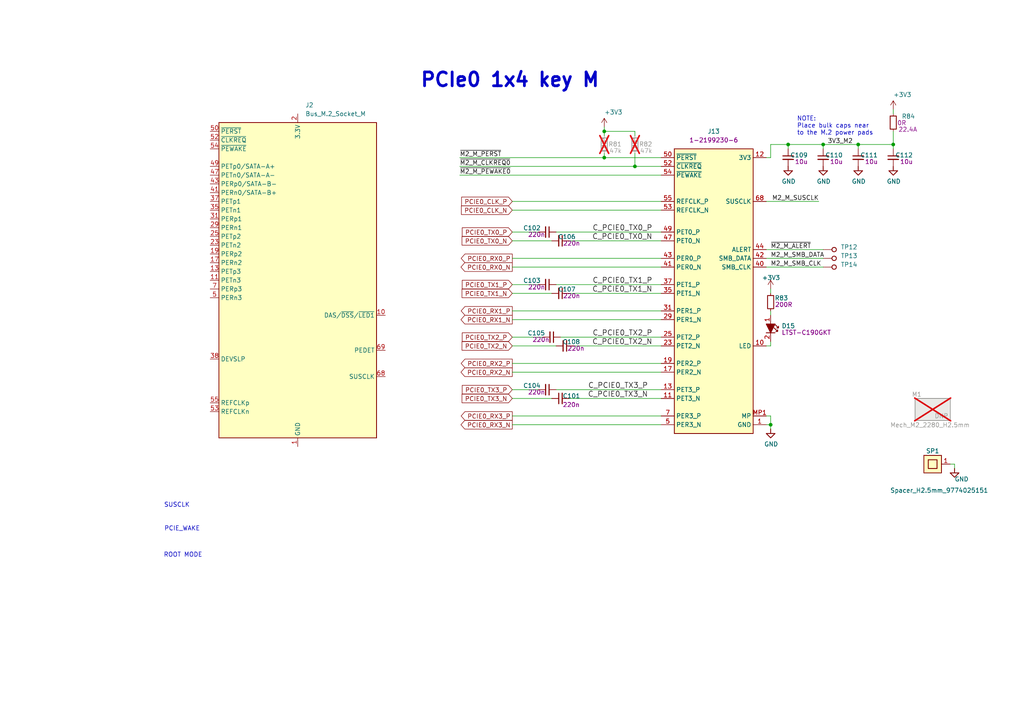
<source format=kicad_sch>
(kicad_sch (version 20231120) (generator "eeschema") (generator_version "8.0")
  (paper "A4")
  (lib_symbols
    (symbol "Connector:Bus_M.2_Socket_M"
      (property "Reference" "J" (at -22.86 46.99 0))
      (property "Value" "Bus_M.2_Socket_M" (at 16.51 46.99 0))
      (symbol "Bus_M.2_Socket_M_0_1"
        (rectangle (start -22.86 45.72) (end 22.86 -45.72) (stroke (width 0.254)) (fill (type background)))
      )
      (symbol "Bus_M.2_Socket_M_1_1"
        (pin power_in line (at 0 -48.26 90) (length 2.54) (name "GND") (number "1"))
        (pin bidirectional line (at 25.4 -10.16 180) (length 2.54) (name "DAS/~{DSS}/~{LED1}") (number "10"))
        (pin output line (at -25.4 0 0) (length 2.54) (name "PETn3") (number "11"))
        (pin passive line (at 0 48.26 270) (length 2.54) hide (name "3.3V") (number "12"))
        (pin output line (at -25.4 2.54 0) (length 2.54) (name "PETp3") (number "13"))
        (pin passive line (at 0 48.26 270) (length 2.54) hide (name "3.3V") (number "14"))
        (pin passive line (at 0 -48.26 90) (length 2.54) hide (name "GND") (number "15"))
        (pin passive line (at 0 48.26 270) (length 2.54) hide (name "3.3V") (number "16"))
        (pin input line (at -25.4 5.08 0) (length 2.54) (name "PERn2") (number "17"))
        (pin passive line (at 0 48.26 270) (length 2.54) hide (name "3.3V") (number "18"))
        (pin input line (at -25.4 7.62 0) (length 2.54) (name "PERp2") (number "19"))
        (pin power_in line (at 0 48.26 270) (length 2.54) (name "3.3V") (number "2"))
        (pin no_connect line (at 22.86 2.54 180) (length 2.54) hide (name "NC") (number "20"))
        (pin passive line (at 0 -48.26 90) (length 2.54) hide (name "GND") (number "21"))
        (pin no_connect line (at 22.86 5.08 180) (length 2.54) hide (name "NC") (number "22"))
        (pin output line (at -25.4 10.16 0) (length 2.54) (name "PETn2") (number "23"))
        (pin no_connect line (at 22.86 7.62 180) (length 2.54) hide (name "NC") (number "24"))
        (pin output line (at -25.4 12.7 0) (length 2.54) (name "PETp2") (number "25"))
        (pin no_connect line (at 22.86 10.16 180) (length 2.54) hide (name "NC") (number "26"))
        (pin passive line (at 0 -48.26 90) (length 2.54) hide (name "GND") (number "27"))
        (pin no_connect line (at 22.86 12.7 180) (length 2.54) hide (name "NC") (number "28"))
        (pin input line (at -25.4 15.24 0) (length 2.54) (name "PERn1") (number "29"))
        (pin passive line (at 0 -48.26 90) (length 2.54) hide (name "GND") (number "3"))
        (pin no_connect line (at 22.86 15.24 180) (length 2.54) hide (name "NC") (number "30"))
        (pin input line (at -25.4 17.78 0) (length 2.54) (name "PERp1") (number "31"))
        (pin no_connect line (at 22.86 17.78 180) (length 2.54) hide (name "NC") (number "32"))
        (pin passive line (at 0 -48.26 90) (length 2.54) hide (name "GND") (number "33"))
        (pin no_connect line (at 22.86 20.32 180) (length 2.54) hide (name "NC") (number "34"))
        (pin output line (at -25.4 20.32 0) (length 2.54) (name "PETn1") (number "35"))
        (pin no_connect line (at 22.86 22.86 180) (length 2.54) hide (name "NC") (number "36"))
        (pin output line (at -25.4 22.86 0) (length 2.54) (name "PETp1") (number "37"))
        (pin output line (at -25.4 -22.86 0) (length 2.54) (name "DEVSLP") (number "38"))
        (pin passive line (at 0 -48.26 90) (length 2.54) hide (name "GND") (number "39"))
        (pin passive line (at 0 48.26 270) (length 2.54) hide (name "3.3V") (number "4"))
        (pin no_connect line (at 22.86 25.4 180) (length 2.54) hide (name "NC") (number "40"))
        (pin input line (at -25.4 25.4 0) (length 2.54) (name "PERn0/SATA-B+") (number "41"))
        (pin no_connect line (at 22.86 27.94 180) (length 2.54) hide (name "NC") (number "42"))
        (pin input line (at -25.4 27.94 0) (length 2.54) (name "PERp0/SATA-B-") (number "43"))
        (pin no_connect line (at 22.86 30.48 180) (length 2.54) hide (name "NC") (number "44"))
        (pin passive line (at 0 -48.26 90) (length 2.54) hide (name "GND") (number "45"))
        (pin no_connect line (at 22.86 33.02 180) (length 2.54) hide (name "NC") (number "46"))
        (pin output line (at -25.4 30.48 0) (length 2.54) (name "PETn0/SATA-A-") (number "47"))
        (pin no_connect line (at 22.86 35.56 180) (length 2.54) hide (name "NC") (number "48"))
        (pin output line (at -25.4 33.02 0) (length 2.54) (name "PETp0/SATA-A+") (number "49"))
        (pin input line (at -25.4 -5.08 0) (length 2.54) (name "PERn3") (number "5"))
        (pin output line (at -25.4 43.18 0) (length 2.54) (name "~{PERST}") (number "50"))
        (pin passive line (at 0 -48.26 90) (length 2.54) hide (name "GND") (number "51"))
        (pin bidirectional line (at -25.4 40.64 0) (length 2.54) (name "~{CLKREQ}") (number "52"))
        (pin output line (at -25.4 -38.1 0) (length 2.54) (name "REFCLKn") (number "53"))
        (pin bidirectional line (at -25.4 38.1 0) (length 2.54) (name "~{PEWAKE}") (number "54"))
        (pin output line (at -25.4 -35.56 0) (length 2.54) (name "REFCLKp") (number "55"))
        (pin no_connect line (at 22.86 38.1 180) (length 2.54) hide (name "NC") (number "56"))
        (pin passive line (at 0 -48.26 90) (length 2.54) hide (name "GND") (number "57"))
        (pin no_connect line (at 22.86 40.64 180) (length 2.54) hide (name "NC") (number "58"))
        (pin no_connect line (at 22.86 -2.54 180) (length 2.54) hide (name "NC") (number "6"))
        (pin no_connect line (at 22.86 -5.08 180) (length 2.54) hide (name "NC") (number "67"))
        (pin output line (at 25.4 -27.94 180) (length 2.54) (name "SUSCLK") (number "68"))
        (pin passive line (at 25.4 -20.32 180) (length 2.54) (name "PEDET") (number "69"))
        (pin input line (at -25.4 -2.54 0) (length 2.54) (name "PERp3") (number "7"))
        (pin passive line (at 0 48.26 270) (length 2.54) hide (name "3.3V") (number "70"))
        (pin passive line (at 0 -48.26 90) (length 2.54) hide (name "GND") (number "71"))
        (pin passive line (at 0 48.26 270) (length 2.54) hide (name "3.3V") (number "72"))
        (pin passive line (at 0 -48.26 90) (length 2.54) hide (name "GND") (number "73"))
        (pin passive line (at 0 48.26 270) (length 2.54) hide (name "3.3V") (number "74"))
        (pin passive line (at 0 -48.26 90) (length 2.54) hide (name "GND") (number "75"))
        (pin no_connect line (at 22.86 0 180) (length 2.54) hide (name "NC") (number "8"))
        (pin passive line (at 0 -48.26 90) (length 2.54) hide (name "GND") (number "9"))
      )
    )
    (symbol "jetson-orin-baseboard:+3V3" (power) (pin_names (offset 0))
      (property "Value" "+3V3" (at 0 3.556 0))
      (symbol "+3V3_0_1"
        (polyline (pts (xy -0.762 1.27) (xy 0 2.54)))
        (polyline (pts (xy 0 0) (xy 0 2.54)))
        (polyline (pts (xy 0 2.54) (xy 0.762 1.27)))
      )
      (symbol "+3V3_1_1"
        (pin power_in line (at 0 0 90) (length 0) hide (name "+3V3") (number "1"))
      )
    )
    (symbol "jetson-orin-baseboard:Bus_M.2_1-2199230-6"
      (property "Reference" "J" (at 45.72 -2.54 0))
      (property "MPN" "1-2199230-6" (at 45.72 -5.08 0))
      (symbol "Bus_M.2_1-2199230-6_1_1"
        (rectangle (start 3.81 2.54) (end 26.67 -80.01) (stroke (width 0.254)) (fill (type background)))
        (pin power_in line (at 30.48 -77.47 180) (length 3.81) (name "GND") (number "1"))
        (pin passive line (at 30.48 -54.61 180) (length 3.81) (name "LED") (number "10"))
        (pin input line (at 0 -69.85 0) (length 3.81) (name "PET3_N") (number "11"))
        (pin passive line (at 30.48 0 180) (length 3.81) (name "3V3") (number "12"))
        (pin input line (at 0 -67.31 0) (length 3.81) (name "PET3_P") (number "13"))
        (pin passive line (at 30.48 0 180) (length 3.81) hide (name "3V3") (number "14"))
        (pin passive line (at 30.48 -77.47 180) (length 3.81) hide (name "GND") (number "15"))
        (pin passive line (at 30.48 0 180) (length 3.81) hide (name "3V3") (number "16"))
        (pin output line (at 0 -62.23 0) (length 3.81) (name "PER2_N") (number "17"))
        (pin passive line (at 30.48 0 180) (length 3.81) hide (name "3V3") (number "18"))
        (pin output line (at 0 -59.69 0) (length 3.81) (name "PER2_P") (number "19"))
        (pin passive line (at 30.48 0 180) (length 3.81) hide (name "3V3") (number "2"))
        (pin no_connect line (at 26.67 -44.45 180) (length 3.81) hide (name "NC") (number "20"))
        (pin passive line (at 30.48 -77.47 180) (length 3.81) hide (name "GND") (number "21"))
        (pin no_connect line (at 26.67 -45.72 180) (length 3.81) hide (name "NC") (number "22"))
        (pin input line (at 0 -54.61 0) (length 3.81) (name "PET2_N") (number "23"))
        (pin no_connect line (at 26.67 -46.99 180) (length 3.81) hide (name "NC") (number "24"))
        (pin input line (at 0 -52.07 0) (length 3.81) (name "PET2_P") (number "25"))
        (pin no_connect line (at 26.67 -59.69 180) (length 3.81) hide (name "NC") (number "26"))
        (pin passive line (at 30.48 -77.47 180) (length 3.81) hide (name "GND") (number "27"))
        (pin no_connect line (at 26.67 -60.96 180) (length 3.81) hide (name "NC") (number "28"))
        (pin output line (at 0 -46.99 0) (length 3.81) (name "PER1_N") (number "29"))
        (pin passive line (at 30.48 -77.47 180) (length 3.81) hide (name "GND") (number "3"))
        (pin no_connect line (at 26.67 -62.23 180) (length 3.81) hide (name "NC") (number "30"))
        (pin output line (at 0 -44.45 0) (length 3.81) (name "PER1_P") (number "31"))
        (pin no_connect line (at 26.67 -63.5 180) (length 3.81) hide (name "NC") (number "32"))
        (pin passive line (at 30.48 -77.47 180) (length 3.81) hide (name "GND") (number "33"))
        (pin no_connect line (at 26.67 -66.04 180) (length 3.81) hide (name "NC") (number "34"))
        (pin input line (at 0 -39.37 0) (length 3.81) (name "PET1_N") (number "35"))
        (pin no_connect line (at 26.67 -67.31 180) (length 3.81) hide (name "NC") (number "36"))
        (pin input line (at 0 -36.83 0) (length 3.81) (name "PET1_P") (number "37"))
        (pin no_connect line (at 26.67 -69.85 180) (length 3.81) hide (name "NC") (number "38"))
        (pin passive line (at 30.48 -77.47 180) (length 3.81) hide (name "GND") (number "39"))
        (pin passive line (at 30.48 0 180) (length 3.81) hide (name "3V3") (number "4"))
        (pin input line (at 30.48 -31.75 180) (length 3.81) (name "SMB_CLK") (number "40"))
        (pin output line (at 0 -31.75 0) (length 3.81) (name "PER0_N") (number "41"))
        (pin bidirectional line (at 30.48 -29.21 180) (length 3.81) (name "SMB_DATA") (number "42"))
        (pin output line (at 0 -29.21 0) (length 3.81) (name "PER0_P") (number "43"))
        (pin output line (at 30.48 -26.67 180) (length 3.81) (name "ALERT") (number "44"))
        (pin passive line (at 30.48 -77.47 180) (length 3.81) hide (name "GND") (number "45"))
        (pin no_connect line (at 26.67 -68.58 180) (length 3.81) hide (name "NC") (number "46"))
        (pin input line (at 0 -24.13 0) (length 3.81) (name "PET0_N") (number "47"))
        (pin no_connect line (at 26.67 -41.91 180) (length 3.81) hide (name "NC") (number "48"))
        (pin input line (at 0 -21.59 0) (length 3.81) (name "PET0_P") (number "49"))
        (pin output line (at 0 -77.47 0) (length 3.81) (name "PER3_N") (number "5"))
        (pin input line (at 0 0 0) (length 3.81) (name "~{PERST}") (number "50"))
        (pin passive line (at 30.48 -77.47 180) (length 3.81) hide (name "GND") (number "51"))
        (pin output line (at 0 -2.54 0) (length 3.81) (name "~{CLKREQ}") (number "52"))
        (pin input line (at 0 -15.24 0) (length 3.81) (name "REFCLK_N") (number "53"))
        (pin input line (at 0 -5.08 0) (length 3.81) (name "~{PEWAKE}") (number "54"))
        (pin input line (at 0 -12.7 0) (length 3.81) (name "REFCLK_P") (number "55"))
        (pin no_connect line (at 26.67 -43.18 180) (length 3.81) hide (name "NC") (number "56"))
        (pin passive line (at 30.48 -77.47 180) (length 3.81) hide (name "GND") (number "57"))
        (pin no_connect line (at 26.67 -71.12 180) (length 3.81) hide (name "NC") (number "58"))
        (pin no_connect line (at 26.67 -39.37 180) (length 3.81) hide (name "NC") (number "6"))
        (pin no_connect line (at 26.67 -40.64 180) (length 3.81) hide (name "NC") (number "67"))
        (pin input line (at 30.48 -12.7 180) (length 3.81) (name "SUSCLK") (number "68"))
        (pin no_connect line (at 26.67 -38.1 180) (length 3.81) hide (name "NC") (number "69"))
        (pin output line (at 0 -74.93 0) (length 3.81) (name "PER3_P") (number "7"))
        (pin passive line (at 30.48 0 180) (length 3.81) hide (name "3V3") (number "70"))
        (pin passive line (at 30.48 -77.47 180) (length 3.81) hide (name "GND") (number "71"))
        (pin passive line (at 30.48 0 180) (length 3.81) hide (name "3V3") (number "72"))
        (pin passive line (at 30.48 -77.47 180) (length 3.81) hide (name "GND") (number "73"))
        (pin passive line (at 30.48 0 180) (length 3.81) hide (name "3V3") (number "74"))
        (pin passive line (at 30.48 -77.47 180) (length 3.81) hide (name "GND") (number "75"))
        (pin no_connect line (at 26.67 -64.77 180) (length 3.81) hide (name "NC") (number "8"))
        (pin passive line (at 30.48 -77.47 180) (length 3.81) hide (name "GND") (number "9"))
        (pin passive line (at 30.48 -74.93 180) (length 3.81) (name "MP") (number "MP1"))
        (pin passive line (at 30.48 -74.93 180) (length 3.81) hide (name "MP") (number "MP2"))
      )
    )
    (symbol "jetson-orin-baseboard:C_10u_0603" (pin_numbers hide) (pin_names hide)
      (property "Reference" "C" (at 20.32 -5.08 0))
      (property "Val" "10u" (at 20.32 -7.62 0))
      (symbol "C_10u_0603_0_1"
        (polyline (pts (xy 2.032 -1.524) (xy 2.032 1.524)) (stroke (width 0.3048)))
        (polyline (pts (xy 3.048 -1.524) (xy 3.048 1.524)) (stroke (width 0.3302)))
      )
      (symbol "C_10u_0603_1_1"
        (pin passive line (at 0 0 0) (length 2.032) (name "~") (number "1"))
        (pin passive line (at 5.08 0 180) (length 2.032) (name "~") (number "2"))
      )
    )
    (symbol "jetson-orin-baseboard:C_220n_0402" (pin_numbers hide) (pin_names hide)
      (property "Reference" "C" (at 20.32 -5.08 0))
      (property "Val" "220n" (at 20.32 -7.62 0))
      (symbol "C_220n_0402_0_1"
        (polyline (pts (xy 2.032 -1.524) (xy 2.032 1.524)) (stroke (width 0.3048)))
        (polyline (pts (xy 3.048 -1.524) (xy 3.048 1.524)) (stroke (width 0.3302)))
      )
      (symbol "C_220n_0402_1_1"
        (pin passive line (at 0 0 0) (length 2.032) (name "~") (number "1"))
        (pin passive line (at 5.08 0 180) (length 2.032) (name "~") (number "2"))
      )
    )
    (symbol "jetson-orin-baseboard:GND" (power) (pin_numbers hide) (pin_names hide)
      (property "Reference" "#PWR" (at 8.89 -2.54 0))
      (symbol "GND_1_1"
        (polyline (pts (xy 0 0) (xy 0 -1.27) (xy 1.27 -1.27) (xy 0 -2.54) (xy -1.27 -1.27) (xy 0 -1.27)) (stroke (width 0.254)))
        (pin power_in line (at 0 0 270) (length 0) (name "GND") (number "1"))
      )
    )
    (symbol "jetson-orin-baseboard:LED_G_0603_LTST-C190GKT" (pin_names hide)
      (property "Reference" "D" (at 22.86 -5.08 0))
      (property "Value" "LED_G_0603_LTST-C190GKT" (at 22.86 -7.62 0))
      (symbol "LED_G_0603_LTST-C190GKT_1_1"
        (polyline (pts (xy 5.08 1.27) (xy 5.08 -1.27)) (stroke (width 0.254)))
        (polyline (pts (xy 2.54 1.27) (xy 2.54 -1.27) (xy 5.08 0) (xy 2.54 1.27)) (stroke (width 0.254)) (fill (type outline)))
        (polyline (pts (xy 3.683 2.286) (xy 3.683 1.778) (xy 3.683 2.286) (xy 3.175 2.286) (xy 3.683 2.286) (xy 2.794 1.397)) (stroke (width 0.254)))
        (polyline (pts (xy 4.699 2.032) (xy 4.699 1.524) (xy 4.699 2.032) (xy 4.191 2.032) (xy 4.699 2.032) (xy 3.683 1.016)) (stroke (width 0.254)))
        (pin passive line (at 0 0 0) (length 2.54) (name "1") (number "1"))
        (pin passive line (at 7.62 0 180) (length 2.54) (name "2") (number "2"))
      )
    )
    (symbol "jetson-orin-baseboard:Mech_M2_2280_H2.5mm"
      (property "Reference" "A" (at 25.4 0 0))
      (property "Value" "Mech_M2_2280_H2.5mm" (at 25.4 -2.54 0))
      (symbol "Mech_M2_2280_H2.5mm_1_1"
        (rectangle (start 10.16 -6.35) (end 0 0) (stroke (width 0.254)) (fill (type background)))
      )
    )
    (symbol "jetson-orin-baseboard:R_0R_22.4A_0603" (pin_numbers hide) (pin_names hide)
      (property "Reference" "R" (at 15.24 -2.54 0))
      (property "Value" "R_0R_22.4A_0603" (at 15.24 -5.08 0))
      (property "Val" "0R" (at 15.24 -7.62 0))
      (property "Max. Curr." "22.4A" (at 15.24 -20.32 0))
      (symbol "R_0R_22.4A_0603_0_1"
        (rectangle (start 0.635 0.889) (end 4.445 -0.889) (stroke (width 0.254)))
      )
      (symbol "R_0R_22.4A_0603_1_1"
        (pin passive line (at 0 0 0) (length 0.635) (name "~") (number "1"))
        (pin passive line (at 5.08 0 180) (length 0.635) (name "~") (number "2"))
      )
    )
    (symbol "jetson-orin-baseboard:R_200R_0402" (pin_numbers hide) (pin_names hide)
      (property "Reference" "R" (at 20.32 -5.08 0))
      (property "Val" "200R" (at 20.32 -7.62 0))
      (symbol "R_200R_0402_0_1"
        (rectangle (start 0.635 0.889) (end 4.445 -0.889) (stroke (width 0.254)))
      )
      (symbol "R_200R_0402_1_1"
        (pin passive line (at 0 0 0) (length 0.635) (name "~") (number "1"))
        (pin passive line (at 5.08 0 180) (length 0.635) (name "~") (number "2"))
      )
    )
    (symbol "jetson-orin-baseboard:R_47k_0402" (pin_numbers hide) (pin_names hide)
      (property "Reference" "R" (at 20.32 -5.08 0))
      (property "Val" "47k" (at 20.32 -7.62 0))
      (symbol "R_47k_0402_0_1"
        (rectangle (start 0.635 0.889) (end 4.445 -0.889) (stroke (width 0.254)))
      )
      (symbol "R_47k_0402_1_1"
        (pin passive line (at 0 0 0) (length 0.635) (name "~") (number "1"))
        (pin passive line (at 5.08 0 180) (length 0.635) (name "~") (number "2"))
      )
    )
    (symbol "jetson-orin-baseboard:Spacer_Drill3.7mm_H2.5mm_9774025151R"
      (property "Reference" "H" (at 22.86 -2.54 0))
      (property "Value" "Spacer_H2.5mm_9774025151" (at 22.86 -5.08 0))
      (symbol "Spacer_Drill3.7mm_H2.5mm_9774025151R_1_1"
        (rectangle (start 2.54 -2.54) (end 7.62 2.54) (stroke (width 0.254)) (fill (type background)))
        (rectangle (start 3.81 -1.27) (end 6.35 1.27) (stroke (width 0.254)) (fill (type background)))
        (pin passive line (at 0 0 0) (length 2.54) (name "~") (number "1"))
      )
    )
    (symbol "jetson-orin-baseboard:TP_0.75mm_SMD" (pin_numbers hide) (pin_names hide)
      (property "Reference" "TP" (at 17.78 -5.08 0))
      (symbol "TP_0.75mm_SMD_1_1"
        (circle (center 3.175 0) (radius 0.635) (stroke (width 0.254)))
        (pin passive line (at 0 0 0) (length 2.54) (name "1") (number "1"))
      )
    )
  )
  (junction (at 175.26 38.1))
  (junction (at 223.52 123.19))
  (junction (at 228.6 41.91))
  (junction (at 259.08 41.91))
  (junction (at 248.92 41.91))
  (junction (at 238.76 41.91))
  (junction (at 175.26 45.72))
  (junction (at 184.15 48.26))
  (wire (pts (xy 191.77 100.33) (xy 166.37 100.33)))
  (wire (pts (xy 148.59 97.79) (xy 157.48 97.79)))
  (wire (pts (xy 223.52 123.19) (xy 223.52 120.65)))
  (wire (pts (xy 184.15 44.45) (xy 184.15 48.26)))
  (wire (pts (xy 248.92 41.91) (xy 238.76 41.91)))
  (wire (pts (xy 191.77 97.79) (xy 162.56 97.79)))
  (wire (pts (xy 191.77 60.96) (xy 148.59 60.96)))
  (wire (pts (xy 259.08 31.75) (xy 259.08 33.02)))
  (wire (pts (xy 191.77 105.41) (xy 148.59 105.41)))
  (wire (pts (xy 275.59 134.62) (xy 276.86 134.62)))
  (wire (pts (xy 133.35 45.72) (xy 175.26 45.72)))
  (wire (pts (xy 191.77 58.42) (xy 148.59 58.42)))
  (wire (pts (xy 276.86 134.62) (xy 276.86 135.89)))
  (wire (pts (xy 228.6 41.91) (xy 228.6 43.18)))
  (wire (pts (xy 184.15 38.1) (xy 184.15 39.37)))
  (wire (pts (xy 175.26 38.1) (xy 175.26 39.37)))
  (wire (pts (xy 223.52 124.46) (xy 223.52 123.19)))
  (wire (pts (xy 222.25 58.42) (xy 237.49 58.42)))
  (wire (pts (xy 223.52 99.06) (xy 223.52 100.33)))
  (wire (pts (xy 223.52 45.72) (xy 223.52 41.91)))
  (wire (pts (xy 148.59 85.09) (xy 160.02 85.09)))
  (wire (pts (xy 223.52 83.82) (xy 223.52 85.09)))
  (wire (pts (xy 222.25 72.39) (xy 238.76 72.39)))
  (wire (pts (xy 191.77 120.65) (xy 148.59 120.65)))
  (wire (pts (xy 191.77 92.71) (xy 148.59 92.71)))
  (wire (pts (xy 175.26 45.72) (xy 191.77 45.72)))
  (wire (pts (xy 175.26 44.45) (xy 175.26 45.72)))
  (wire (pts (xy 161.29 113.03) (xy 191.77 113.03)))
  (wire (pts (xy 248.92 41.91) (xy 248.92 43.18)))
  (wire (pts (xy 191.77 82.55) (xy 161.29 82.55)))
  (wire (pts (xy 148.59 69.85) (xy 160.02 69.85)))
  (wire (pts (xy 191.77 107.95) (xy 148.59 107.95)))
  (wire (pts (xy 148.59 100.33) (xy 161.29 100.33)))
  (wire (pts (xy 184.15 38.1) (xy 175.26 38.1)))
  (wire (pts (xy 222.25 100.33) (xy 223.52 100.33)))
  (wire (pts (xy 184.15 48.26) (xy 191.77 48.26)))
  (wire (pts (xy 259.08 41.91) (xy 259.08 43.18)))
  (wire (pts (xy 191.77 85.09) (xy 165.1 85.09)))
  (wire (pts (xy 238.76 41.91) (xy 228.6 41.91)))
  (wire (pts (xy 191.77 67.31) (xy 161.29 67.31)))
  (wire (pts (xy 259.08 38.1) (xy 259.08 41.91)))
  (wire (pts (xy 175.26 36.83) (xy 175.26 38.1)))
  (wire (pts (xy 223.52 41.91) (xy 228.6 41.91)))
  (wire (pts (xy 148.59 82.55) (xy 156.21 82.55)))
  (wire (pts (xy 223.52 90.17) (xy 223.52 91.44)))
  (wire (pts (xy 222.25 45.72) (xy 223.52 45.72)))
  (wire (pts (xy 223.52 120.65) (xy 222.25 120.65)))
  (wire (pts (xy 133.35 50.8) (xy 191.77 50.8)))
  (wire (pts (xy 222.25 123.19) (xy 223.52 123.19)))
  (wire (pts (xy 222.25 77.47) (xy 238.76 77.47)))
  (wire (pts (xy 191.77 123.19) (xy 148.59 123.19)))
  (wire (pts (xy 191.77 115.57) (xy 165.1 115.57)))
  (wire (pts (xy 259.08 41.91) (xy 248.92 41.91)))
  (wire (pts (xy 133.35 48.26) (xy 184.15 48.26)))
  (wire (pts (xy 191.77 74.93) (xy 148.59 74.93)))
  (wire (pts (xy 222.25 74.93) (xy 238.76 74.93)))
  (wire (pts (xy 191.77 69.85) (xy 165.1 69.85)))
  (wire (pts (xy 148.59 113.03) (xy 156.21 113.03)))
  (wire (pts (xy 191.77 90.17) (xy 148.59 90.17)))
  (wire (pts (xy 148.59 67.31) (xy 156.21 67.31)))
  (wire (pts (xy 191.77 77.47) (xy 148.59 77.47)))
  (wire (pts (xy 238.76 41.91) (xy 238.76 43.18)))
  (wire (pts (xy 148.59 115.57) (xy 160.02 115.57)))
  (text "PCIE_WAKE" (at 52.832 153.416 0) (effects (font (size 1.27 1.27))))
  (text "NOTE:\nPlace bulk caps near \nto the M.2 power pads" (at 231.14 39.37 0) (effects (font (size 1.27 1.27)) (justify left bottom)))
  (text "SUSCLK" (at 51.308 146.558 0) (effects (font (size 1.27 1.27))))
  (text "PCIe0 1x4 key M" (at 121.666 25.654 0) (effects (font (size 4 4) (thickness 0.8) (bold yes)) (justify left bottom)))
  (text "ROOT MODE" (at 53.086 161.036 0) (effects (font (size 1.27 1.27))))
  (label "M2_M_SMB_DATA" (at 223.52 74.93 0))
  (label "C_PCIE0_TX2_N" (at 189.23 100.33 180) (effects (font (size 1.524 1.524))))
  (label "~{M2_M_PERST}" (at 133.35 45.72 0))
  (label "C_PCIE0_TX0_N" (at 189.23 69.85 180) (effects (font (size 1.524 1.524))))
  (label "C_PCIE0_TX3_N" (at 187.96 115.57 180) (effects (font (size 1.524 1.524))))
  (label "C_PCIE0_TX0_P" (at 189.23 67.31 180) (effects (font (size 1.524 1.524))))
  (label "C_PCIE0_TX3_P" (at 187.96 113.03 180) (effects (font (size 1.524 1.524))))
  (label "M2_M_SUSCLK" (at 237.49 58.42 180))
  (label "3V3_M2" (at 240.03 41.91 0))
  (label "~{M2_M_ALERT}" (at 223.52 72.39 0))
  (label "~{M2_M_CLKREQ0}" (at 133.35 48.26 0))
  (label "C_PCIE0_TX1_P" (at 189.23 82.55 180) (effects (font (size 1.524 1.524))))
  (label "~{M2_M_PEWAKE0}" (at 133.35 50.8 0))
  (label "C_PCIE0_TX2_P" (at 189.23 97.79 180) (effects (font (size 1.524 1.524))))
  (label "C_PCIE0_TX1_N" (at 189.23 85.09 180) (effects (font (size 1.524 1.524))))
  (label "M2_M_SMB_CLK" (at 223.52 77.47 0))
  (global_label "PCIE0_RX3_P" (shape output) (at 148.59 120.65 180) (property "Intersheetrefs" "${INTERSHEET_REFS}" (effects (hide yes))))
  (global_label "PCIE0_RX3_N" (shape output) (at 148.59 123.19 180) (property "Intersheetrefs" "${INTERSHEET_REFS}" (effects (hide yes))))
  (global_label "PCIE0_TX1_N" (shape input) (at 148.59 85.09 180) (property "Intersheetrefs" "${INTERSHEET_REFS}" (effects (hide yes))))
  (global_label "PCIE0_RX0_N" (shape output) (at 148.59 77.47 180) (property "Intersheetrefs" "${INTERSHEET_REFS}" (effects (hide yes))))
  (global_label "PCIE0_TX3_N" (shape input) (at 148.59 115.57 180) (property "Intersheetrefs" "${INTERSHEET_REFS}" (effects (hide yes))))
  (global_label "PCIE0_TX2_N" (shape input) (at 148.59 100.33 180) (property "Intersheetrefs" "${INTERSHEET_REFS}" (effects (hide yes))))
  (global_label "PCIE0_CLK_P" (shape input) (at 148.59 58.42 180) (property "Intersheetrefs" "${INTERSHEET_REFS}" (effects (hide yes))))
  (global_label "PCIE0_TX0_N" (shape input) (at 148.59 69.85 180) (property "Intersheetrefs" "${INTERSHEET_REFS}" (effects (hide yes))))
  (global_label "PCIE0_CLK_N" (shape input) (at 148.59 60.96 180) (property "Intersheetrefs" "${INTERSHEET_REFS}" (effects (hide yes))))
  (global_label "PCIE0_RX2_N" (shape output) (at 148.59 107.95 180) (property "Intersheetrefs" "${INTERSHEET_REFS}" (effects (hide yes))))
  (global_label "PCIE0_RX2_P" (shape output) (at 148.59 105.41 180) (property "Intersheetrefs" "${INTERSHEET_REFS}" (effects (hide yes))))
  (global_label "PCIE0_TX1_P" (shape input) (at 148.59 82.55 180) (property "Intersheetrefs" "${INTERSHEET_REFS}" (effects (hide yes))))
  (global_label "PCIE0_RX1_N" (shape output) (at 148.59 92.71 180) (property "Intersheetrefs" "${INTERSHEET_REFS}" (effects (hide yes))))
  (global_label "PCIE0_TX0_P" (shape input) (at 148.59 67.31 180) (property "Intersheetrefs" "${INTERSHEET_REFS}" (effects (hide yes))))
  (global_label "PCIE0_RX1_P" (shape output) (at 148.59 90.17 180) (property "Intersheetrefs" "${INTERSHEET_REFS}" (effects (hide yes))))
  (global_label "PCIE0_RX0_P" (shape output) (at 148.59 74.93 180) (property "Intersheetrefs" "${INTERSHEET_REFS}" (effects (hide yes))))
  (global_label "PCIE0_TX2_P" (shape input) (at 148.59 97.79 180) (property "Intersheetrefs" "${INTERSHEET_REFS}" (effects (hide yes))))
  (global_label "PCIE0_TX3_P" (shape input) (at 148.59 113.03 180) (property "Intersheetrefs" "${INTERSHEET_REFS}" (effects (hide yes))))
  (symbol (lib_id "jetson-orin-baseboard:C_220n_0402") (at 162.56 97.79 180) (unit 1)
    (property "Reference" "C105" (at 158.115 95.885 0) (effects (justify left bottom)))
    (property "Value" "C_220n_0402" (effects (hide yes)))
    (property "Footprint" "jetson-orin-baseboard-footprints:C_0402_1005Metric" (effects (hide yes)))
    (property "Datasheet" " " (effects (hide yes)))
    (property "Manufacturer" "Yaego" (effects (hide yes)))
    (property "MPN" "CC0402KRX5R6BB224" (effects (hide yes)))
    (property "Val" "220n" (at 159.385 97.79 0) (effects (justify left bottom)))
    (property "License" "Apache-2.0" (effects (hide yes)))
    (property "Author" "Antmicro" (effects (hide yes)))
  )
  (symbol (lib_id "jetson-orin-baseboard:Mech_M2_2280_H2.5mm") (at 275.59 121.92 180) (unit 1) (in_bom no) (dnp yes)
    (property "Reference" "M1" (at 267.335 113.665 0) (effects (justify left bottom)))
    (property "Value" "Mech_M2_2280_H2.5mm" (at 281.305 122.555 0) (effects (justify left bottom)))
    (property "Footprint" "jetson-orin-baseboard-footprints:Mech_M2_2280_H2.5mm" (effects (hide yes)))
    (property "Author" "Antmicro" (effects (hide yes)))
    (property "License" "Apache-2.0" (effects (hide yes)))
    (property "DNP" "DNP" (at 273.05 120.65 0))
  )
  (symbol (lib_id "jetson-orin-baseboard:C_10u_0603") (at 228.6 43.18 90) (mirror x) (unit 1)
    (property "Reference" "C109" (at 234.315 45.72 90) (effects (justify left bottom)))
    (property "Value" "C_10u_0603" (effects (hide yes)))
    (property "Footprint" "jetson-orin-baseboard-footprints:C_0603_1608Metric" (effects (hide yes)))
    (property "Datasheet" " " (effects (hide yes)))
    (property "Manufacturer" "Murata" (effects (hide yes)))
    (property "MPN" "GRM188R61A106KE69D" (effects (hide yes)))
    (property "Val" "10u" (at 234.315 47.625 90) (effects (justify left bottom)))
    (property "License" "Apache-2.0" (effects (hide yes)))
    (property "Author" "Antmicro" (effects (hide yes)))
  )
  (symbol (lib_id "jetson-orin-baseboard:GND") (at 248.92 48.26 0) (unit 1)
    (property "Reference" "#PWR0120" (effects (hide yes)))
    (property "Value" "GND" (at 247.015 53.34 0) (effects (justify left bottom)))
    (property "Author" "Antmicro" (effects (hide yes)))
    (property "License" "Apache-2.0" (effects (hide yes)))
  )
  (symbol (lib_id "jetson-orin-baseboard:C_10u_0603") (at 259.08 43.18 90) (mirror x) (unit 1)
    (property "Reference" "C112" (at 264.795 45.72 90) (effects (justify left bottom)))
    (property "Value" "C_10u_0603" (effects (hide yes)))
    (property "Footprint" "jetson-orin-baseboard-footprints:C_0603_1608Metric" (effects (hide yes)))
    (property "Datasheet" " " (effects (hide yes)))
    (property "Manufacturer" "Murata" (effects (hide yes)))
    (property "MPN" "GRM188R61A106KE69D" (effects (hide yes)))
    (property "Val" "10u" (at 264.795 47.625 90) (effects (justify left bottom)))
    (property "License" "Apache-2.0" (effects (hide yes)))
    (property "Author" "Antmicro" (effects (hide yes)))
  )
  (symbol (lib_id "jetson-orin-baseboard:C_220n_0402") (at 161.29 82.55 180) (unit 1)
    (property "Reference" "C103" (at 156.845 80.645 0) (effects (justify left bottom)))
    (property "Value" "C_220n_0402" (effects (hide yes)))
    (property "Footprint" "jetson-orin-baseboard-footprints:C_0402_1005Metric" (effects (hide yes)))
    (property "Datasheet" " " (effects (hide yes)))
    (property "Manufacturer" "Yaego" (effects (hide yes)))
    (property "MPN" "CC0402KRX5R6BB224" (effects (hide yes)))
    (property "Val" "220n" (at 158.115 82.55 0) (effects (justify left bottom)))
    (property "License" "Apache-2.0" (effects (hide yes)))
    (property "Author" "Antmicro" (effects (hide yes)))
  )
  (symbol (lib_id "jetson-orin-baseboard:R_47k_0402") (at 175.26 39.37 90) (mirror x) (unit 1) (in_bom no) (dnp yes)
    (property "Reference" "R81" (at 180.34 42.545 90) (effects (justify left bottom)))
    (property "Value" "R_47k_0402" (effects (hide yes)))
    (property "Footprint" "jetson-orin-baseboard-footprints:R_0402_1005Metric" (effects (hide yes)))
    (property "Datasheet" "https://www.bourns.com/docs/product-datasheets/cr.pdf" (effects (hide yes)))
    (property "Manufacturer" "Bourns" (effects (hide yes)))
    (property "MPN" "CR0402-FX-4702GLF" (effects (hide yes)))
    (property "Val" "47k" (at 180.34 44.45 90) (effects (justify left bottom)))
    (property "License" "Apache-2.0" (effects (hide yes)))
    (property "Author" "Antmicro" (effects (hide yes)))
    (property "Tolerance" "1%" (effects (hide yes)))
    (property "DNP" "DNP" (at 175.26 41.91 0))
  )
  (symbol (lib_id "jetson-orin-baseboard:C_10u_0603") (at 238.76 43.18 90) (mirror x) (unit 1)
    (property "Reference" "C110" (at 244.475 45.72 90) (effects (justify left bottom)))
    (property "Value" "C_10u_0603" (effects (hide yes)))
    (property "Footprint" "jetson-orin-baseboard-footprints:C_0603_1608Metric" (effects (hide yes)))
    (property "Datasheet" " " (effects (hide yes)))
    (property "Manufacturer" "Murata" (effects (hide yes)))
    (property "MPN" "GRM188R61A106KE69D" (effects (hide yes)))
    (property "Val" "10u" (at 244.475 47.625 90) (effects (justify left bottom)))
    (property "License" "Apache-2.0" (effects (hide yes)))
    (property "Author" "Antmicro" (effects (hide yes)))
  )
  (symbol (lib_id "jetson-orin-baseboard:+3V3") (at 223.52 83.82 0) (unit 1)
    (property "Reference" "#PWR0116" (effects (hide yes)))
    (property "Value" "+3V3" (at 220.98 81.28 0) (effects (justify left bottom)))
  )
  (symbol (lib_id "jetson-orin-baseboard:Bus_M.2_1-2199230-6") (at 191.77 45.72 0) (unit 1)
    (property "Reference" "J13" (at 207.01 38.1 0))
    (property "Value" "Bus_M.2_1-2199230-6" (effects (hide yes)))
    (property "Footprint" "jetson-orin-baseboard-footprints:Bus_M.2_Socket_Key_M_TE_1-2199230-6" (effects (hide yes)))
    (property "Datasheet" "https://www.te.com/commerce/DocumentDelivery/DDEController?Action=srchrtrv&DocNm=2199230&DocType=Customer+Drawing&DocLang=English" (effects (hide yes)))
    (property "Manufacturer" "TE Connectivity" (effects (hide yes)))
    (property "MPN" "1-2199230-6" (at 207.01 40.64 0))
    (property "Author" "Antmicro" (effects (hide yes)))
    (property "License" "Apache-2.0" (effects (hide yes)))
  )
  (symbol (lib_id "jetson-orin-baseboard:C_220n_0402") (at 161.29 113.03 180) (unit 1)
    (property "Reference" "C104" (at 156.845 111.125 0) (effects (justify left bottom)))
    (property "Value" "C_220n_0402" (effects (hide yes)))
    (property "Footprint" "jetson-orin-baseboard-footprints:C_0402_1005Metric" (effects (hide yes)))
    (property "Datasheet" " " (effects (hide yes)))
    (property "Manufacturer" "Yaego" (effects (hide yes)))
    (property "MPN" "CC0402KRX5R6BB224" (effects (hide yes)))
    (property "Val" "220n" (at 158.115 113.03 0) (effects (justify left bottom)))
    (property "License" "Apache-2.0" (effects (hide yes)))
    (property "Author" "Antmicro" (effects (hide yes)))
  )
  (symbol (lib_id "jetson-orin-baseboard:Spacer_Drill3.7mm_H2.5mm_9774025151R") (at 275.59 134.62 180) (unit 1)
    (property "Reference" "SP1" (at 270.51 130.81 0))
    (property "Value" "Spacer_H2.5mm_9774025151" (at 272.415 142.24 0))
    (property "Footprint" "jetson-orin-baseboard-footprints:Spacer_Drill3.7mm_H2.5mm_9774025151R" (effects (hide yes)))
    (property "Datasheet" "https://www.we-online.com/components/products/datasheet/9774025151.pdf" (effects (hide yes)))
    (property "Manufacturer" "Würth Elektronik" (effects (hide yes)))
    (property "MPN" "9774025151R" (effects (hide yes)))
    (property "Author" "Antmicro" (effects (hide yes)))
    (property "License" "Apache-2.0" (effects (hide yes)))
  )
  (symbol (lib_id "jetson-orin-baseboard:C_10u_0603") (at 248.92 43.18 90) (mirror x) (unit 1)
    (property "Reference" "C111" (at 254.635 45.72 90) (effects (justify left bottom)))
    (property "Value" "C_10u_0603" (effects (hide yes)))
    (property "Footprint" "jetson-orin-baseboard-footprints:C_0603_1608Metric" (effects (hide yes)))
    (property "Datasheet" " " (effects (hide yes)))
    (property "Manufacturer" "Murata" (effects (hide yes)))
    (property "MPN" "GRM188R61A106KE69D" (effects (hide yes)))
    (property "Val" "10u" (at 254.635 47.625 90) (effects (justify left bottom)))
    (property "License" "Apache-2.0" (effects (hide yes)))
    (property "Author" "Antmicro" (effects (hide yes)))
  )
  (symbol (lib_id "jetson-orin-baseboard:C_220n_0402") (at 165.1 69.85 180) (unit 1)
    (property "Reference" "C106" (at 167.005 67.945 0) (effects (justify left bottom)))
    (property "Value" "C_220n_0402" (effects (hide yes)))
    (property "Footprint" "jetson-orin-baseboard-footprints:C_0402_1005Metric" (effects (hide yes)))
    (property "Datasheet" " " (effects (hide yes)))
    (property "Manufacturer" "Yaego" (effects (hide yes)))
    (property "MPN" "CC0402KRX5R6BB224" (effects (hide yes)))
    (property "Val" "220n" (at 168.275 69.85 0) (effects (justify left bottom)))
    (property "License" "Apache-2.0" (effects (hide yes)))
    (property "Author" "Antmicro" (effects (hide yes)))
  )
  (symbol (lib_id "jetson-orin-baseboard:GND") (at 223.52 124.46 0) (unit 1)
    (property "Reference" "#PWR0117" (effects (hide yes)))
    (property "Value" "GND" (at 221.615 129.54 0) (effects (justify left bottom)))
    (property "Author" "Antmicro" (effects (hide yes)))
    (property "License" "Apache-2.0" (effects (hide yes)))
  )
  (symbol (lib_id "jetson-orin-baseboard:TP_0.75mm_SMD") (at 238.76 74.93 0) (unit 1)
    (property "Reference" "TP13" (at 243.84 74.9299 0) (effects (justify left bottom)))
    (property "Value" "TP_0.75mm_SMD" (effects (hide yes)))
    (property "Footprint" "jetson-orin-baseboard-footprints:TP_SMD_0.75mm" (effects (hide yes)))
    (property "Author" "Antmicro" (effects (hide yes)))
    (property "License" "Apache-2.0" (effects (hide yes)))
  )
  (symbol (lib_id "jetson-orin-baseboard:+3V3") (at 175.26 36.83 0) (unit 1)
    (property "Reference" "#PWR0115" (effects (hide yes)))
    (property "Value" "+3V3" (at 175.26 33.274 0) (effects (justify left bottom)))
  )
  (symbol (lib_id "jetson-orin-baseboard:R_200R_0402") (at 223.52 90.17 90) (unit 1)
    (property "Reference" "R83" (at 228.6 85.725 90) (effects (justify left bottom)))
    (property "Value" "R_200R_0402" (effects (hide yes)))
    (property "Footprint" "jetson-orin-baseboard-footprints:R_0402_1005Metric" (effects (hide yes)))
    (property "Datasheet" "https://www.bourns.com/docs/product-datasheets/cr.pdf" (effects (hide yes)))
    (property "Manufacturer" "Bourns" (effects (hide yes)))
    (property "MPN" "CR0402-FX-2000GLF" (effects (hide yes)))
    (property "Val" "200R" (at 229.87 87.63 90) (effects (justify left bottom)))
    (property "License" "Apache-2.0" (effects (hide yes)))
    (property "Author" "Antmicro" (effects (hide yes)))
    (property "Tolerance" "1%" (effects (hide yes)))
  )
  (symbol (lib_id "jetson-orin-baseboard:GND") (at 276.86 135.89 0) (unit 1)
    (property "Reference" "#PWR0123" (effects (hide yes)))
    (property "Value" "GND" (at 276.86 139.7 0) (effects (justify left bottom)))
    (property "Author" "Antmicro" (effects (hide yes)))
    (property "License" "Apache-2.0" (effects (hide yes)))
  )
  (symbol (lib_id "jetson-orin-baseboard:TP_0.75mm_SMD") (at 238.76 77.47 0) (unit 1)
    (property "Reference" "TP14" (at 243.84 77.4699 0) (effects (justify left bottom)))
    (property "Value" "TP_0.75mm_SMD" (effects (hide yes)))
    (property "Footprint" "jetson-orin-baseboard-footprints:TP_SMD_0.75mm" (effects (hide yes)))
    (property "Author" "Antmicro" (effects (hide yes)))
    (property "License" "Apache-2.0" (effects (hide yes)))
  )
  (symbol (lib_id "jetson-orin-baseboard:TP_0.75mm_SMD") (at 238.76 72.39 0) (unit 1)
    (property "Reference" "TP12" (at 243.84 72.3899 0) (effects (justify left bottom)))
    (property "Value" "TP_0.75mm_SMD" (effects (hide yes)))
    (property "Footprint" "jetson-orin-baseboard-footprints:TP_SMD_0.75mm" (effects (hide yes)))
    (property "Author" "Antmicro" (effects (hide yes)))
    (property "License" "Apache-2.0" (effects (hide yes)))
  )
  (symbol (lib_id "jetson-orin-baseboard:GND") (at 228.6 48.26 0) (unit 1)
    (property "Reference" "#PWR0118" (effects (hide yes)))
    (property "Value" "GND" (at 226.695 53.34 0) (effects (justify left bottom)))
    (property "Author" "Antmicro" (effects (hide yes)))
    (property "License" "Apache-2.0" (effects (hide yes)))
  )
  (symbol (lib_id "jetson-orin-baseboard:C_220n_0402") (at 166.37 100.33 180) (unit 1)
    (property "Reference" "C108" (at 168.275 98.425 0) (effects (justify left bottom)))
    (property "Value" "C_220n_0402" (effects (hide yes)))
    (property "Footprint" "jetson-orin-baseboard-footprints:C_0402_1005Metric" (effects (hide yes)))
    (property "Datasheet" " " (effects (hide yes)))
    (property "Manufacturer" "Yaego" (effects (hide yes)))
    (property "MPN" "CC0402KRX5R6BB224" (effects (hide yes)))
    (property "Val" "220n" (at 169.545 100.33 0) (effects (justify left bottom)))
    (property "License" "Apache-2.0" (effects (hide yes)))
    (property "Author" "Antmicro" (effects (hide yes)))
  )
  (symbol (lib_id "jetson-orin-baseboard:LED_G_0603_LTST-C190GKT") (at 223.52 91.44 270) (unit 1)
    (property "Reference" "D15" (at 226.695 95.25 90) (effects (justify left bottom)))
    (property "Value" "LED_G_0603_LTST-C190GKT" (effects (hide yes)))
    (property "Footprint" "jetson-orin-baseboard-footprints:LED_0603_1608Metric_G" (effects (hide yes)))
    (property "Datasheet" "https://media.digikey.com/pdf/Data%20Sheets/Lite-On%20PDFs/LTST-C190GKT.pdf" (effects (hide yes)))
    (property "MPN" "LTST-C190GKT" (at 226.695 97.155 90) (effects (justify left bottom)))
    (property "Manufacturer" "Lite-On Inc." (effects (hide yes)))
    (property "Author" "Antmicro" (effects (hide yes)))
    (property "License" "Apache-2.0" (effects (hide yes)))
  )
  (symbol (lib_id "jetson-orin-baseboard:GND") (at 259.08 48.26 0) (unit 1)
    (property "Reference" "#PWR0122" (effects (hide yes)))
    (property "Value" "GND" (at 257.175 53.34 0) (effects (justify left bottom)))
    (property "Author" "Antmicro" (effects (hide yes)))
    (property "License" "Apache-2.0" (effects (hide yes)))
  )
  (symbol (lib_id "jetson-orin-baseboard:R_47k_0402") (at 184.15 39.37 90) (mirror x) (unit 1) (in_bom no) (dnp yes)
    (property "Reference" "R82" (at 189.23 42.545 90) (effects (justify left bottom)))
    (property "Value" "R_47k_0402" (effects (hide yes)))
    (property "Footprint" "jetson-orin-baseboard-footprints:R_0402_1005Metric" (effects (hide yes)))
    (property "Datasheet" "https://www.bourns.com/docs/product-datasheets/cr.pdf" (effects (hide yes)))
    (property "Manufacturer" "Bourns" (effects (hide yes)))
    (property "MPN" "CR0402-FX-4702GLF" (effects (hide yes)))
    (property "Val" "47k" (at 189.23 44.45 90) (effects (justify left bottom)))
    (property "License" "Apache-2.0" (effects (hide yes)))
    (property "Author" "Antmicro" (effects (hide yes)))
    (property "Tolerance" "1%" (effects (hide yes)))
    (property "DNP" "DNP" (at 184.15 41.91 0))
  )
  (symbol (lib_id "jetson-orin-baseboard:+3V3") (at 259.08 31.75 0) (unit 1)
    (property "Reference" "#PWR0121" (effects (hide yes)))
    (property "Value" "+3V3" (at 259.08 28.194 0) (effects (justify left bottom)))
  )
  (symbol (lib_id "Connector:Bus_M.2_Socket_M") (at 86.36 81.28 0) (unit 1)
    (property "Reference" "J2" (at 88.5541 30.48 0) (effects (justify left)))
    (property "Value" "Bus_M.2_Socket_M" (at 88.5541 33.02 0) (effects (justify left)))
    (property "Datasheet" "http://read.pudn.com/downloads794/doc/project/3133918/PCIe_M.2_Electromechanical_Spec_Rev1.0_Final_11012013_RS_Clean.pdf#page=155" (effects (hide yes)))
    (property "Description" "M.2 Socket 3 Mechanical Key M" (effects (hide yes)))
  )
  (symbol (lib_id "jetson-orin-baseboard:GND") (at 238.76 48.26 0) (unit 1)
    (property "Reference" "#PWR0119" (effects (hide yes)))
    (property "Value" "GND" (at 236.855 53.34 0) (effects (justify left bottom)))
    (property "Author" "Antmicro" (effects (hide yes)))
    (property "License" "Apache-2.0" (effects (hide yes)))
  )
  (symbol (lib_id "jetson-orin-baseboard:C_220n_0402") (at 161.29 67.31 180) (unit 1)
    (property "Reference" "C102" (at 156.845 65.405 0) (effects (justify left bottom)))
    (property "Value" "C_220n_0402" (effects (hide yes)))
    (property "Footprint" "jetson-orin-baseboard-footprints:C_0402_1005Metric" (effects (hide yes)))
    (property "Datasheet" " " (effects (hide yes)))
    (property "Manufacturer" "Yaego" (effects (hide yes)))
    (property "MPN" "CC0402KRX5R6BB224" (effects (hide yes)))
    (property "Val" "220n" (at 158.115 67.31 0) (effects (justify left bottom)))
    (property "License" "Apache-2.0" (effects (hide yes)))
    (property "Author" "Antmicro" (effects (hide yes)))
  )
  (symbol (lib_id "jetson-orin-baseboard:C_220n_0402") (at 160.02 115.57 0) (unit 1)
    (property "Reference" "C101" (at 163.195 115.57 0) (effects (justify left bottom)))
    (property "Value" "C_220n_0402" (effects (hide yes)))
    (property "Footprint" "jetson-orin-baseboard-footprints:C_0402_1005Metric" (effects (hide yes)))
    (property "Datasheet" " " (effects (hide yes)))
    (property "Manufacturer" "Yaego" (effects (hide yes)))
    (property "MPN" "CC0402KRX5R6BB224" (effects (hide yes)))
    (property "Val" "220n" (at 163.195 118.11 0) (effects (justify left bottom)))
    (property "License" "Apache-2.0" (effects (hide yes)))
    (property "Author" "Antmicro" (effects (hide yes)))
  )
  (symbol (lib_id "jetson-orin-baseboard:R_0R_22.4A_0603") (at 259.08 38.1 90) (unit 1)
    (property "Reference" "R84" (at 265.43 33.02 90) (effects (justify left bottom)))
    (property "Value" "R_0R_22.4A_0603" (effects (hide yes)))
    (property "Footprint" "jetson-orin-baseboard-footprints:R_0603_1608Metric" (effects (hide yes)))
    (property "Datasheet" "https://fscdn.rohm.com/en/products/databook/datasheet/passive/resistor/chip_resistor/pmr-jpw-e.pdf" (effects (hide yes)))
    (property "Manufacturer" "ROHM Semiconductor" (effects (hide yes)))
    (property "MPN" "PMR03EZPJ000" (effects (hide yes)))
    (property "Val" "0R" (at 262.89 34.925 90) (effects (justify left bottom)))
    (property "Author" "Antmicro" (effects (hide yes)))
    (property "License" "Apache-2.0" (effects (hide yes)))
    (property "Max. Curr." "22.4A" (at 266.065 36.83 90) (effects (justify left bottom)))
  )
  (symbol (lib_id "jetson-orin-baseboard:C_220n_0402") (at 165.1 85.09 180) (unit 1)
    (property "Reference" "C107" (at 167.005 83.185 0) (effects (justify left bottom)))
    (property "Value" "C_220n_0402" (effects (hide yes)))
    (property "Footprint" "jetson-orin-baseboard-footprints:C_0402_1005Metric" (effects (hide yes)))
    (property "Datasheet" " " (effects (hide yes)))
    (property "Manufacturer" "Yaego" (effects (hide yes)))
    (property "MPN" "CC0402KRX5R6BB224" (effects (hide yes)))
    (property "Val" "220n" (at 168.275 85.09 0) (effects (justify left bottom)))
    (property "License" "Apache-2.0" (effects (hide yes)))
    (property "Author" "Antmicro" (effects (hide yes)))
  )
)
</source>
